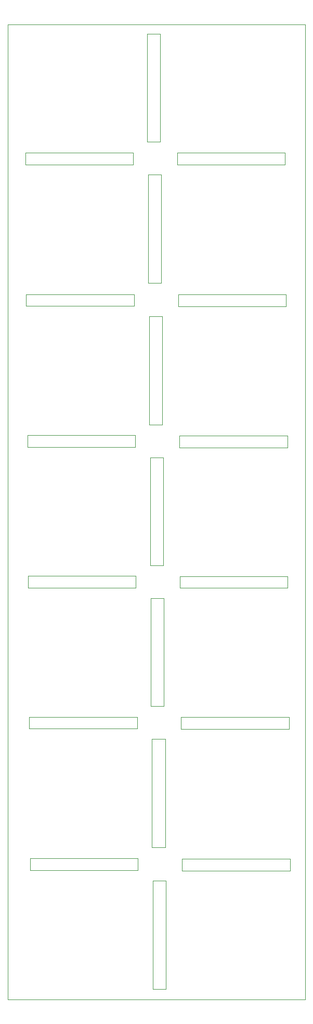
<source format=gbr>
%TF.GenerationSoftware,KiCad,Pcbnew,8.0.5*%
%TF.CreationDate,2024-12-11T00:13:19+01:00*%
%TF.ProjectId,battery-lvl-indicator-kicad.kicad_pcb-copy,62617474-6572-4792-9d6c-766c2d696e64,rev?*%
%TF.SameCoordinates,Original*%
%TF.FileFunction,Profile,NP*%
%FSLAX46Y46*%
G04 Gerber Fmt 4.6, Leading zero omitted, Abs format (unit mm)*
G04 Created by KiCad (PCBNEW 8.0.5) date 2024-12-11 00:13:19*
%MOMM*%
%LPD*%
G01*
G04 APERTURE LIST*
%TA.AperFunction,Profile*%
%ADD10C,0.050000*%
%TD*%
G04 APERTURE END LIST*
D10*
X111252000Y-62179200D02*
X113385600Y-62179200D01*
X113385600Y-79756000D01*
X111252000Y-79756000D01*
X111252000Y-62179200D01*
X91440000Y-81483200D02*
X109016800Y-81483200D01*
X109016800Y-83413600D01*
X91440000Y-83413600D01*
X91440000Y-81483200D01*
X111099600Y-39166800D02*
X113233200Y-39166800D01*
X113233200Y-56743600D01*
X111099600Y-56743600D01*
X111099600Y-39166800D01*
X116179600Y-81534000D02*
X133756400Y-81534000D01*
X133756400Y-83464400D01*
X116179600Y-83464400D01*
X116179600Y-81534000D01*
X111531400Y-107924600D02*
X113665000Y-107924600D01*
X113665000Y-125501400D01*
X111531400Y-125501400D01*
X111531400Y-107924600D01*
X91084400Y-35560000D02*
X108661200Y-35560000D01*
X108661200Y-37490400D01*
X91084400Y-37490400D01*
X91084400Y-35560000D01*
X115824000Y-35610800D02*
X133400800Y-35610800D01*
X133400800Y-37541200D01*
X115824000Y-37541200D01*
X115824000Y-35610800D01*
X110896400Y-16256000D02*
X113030000Y-16256000D01*
X113030000Y-33832800D01*
X110896400Y-33832800D01*
X110896400Y-16256000D01*
X88214200Y-14732000D02*
X136702800Y-14732000D01*
X136702800Y-173151800D01*
X88214200Y-173151800D01*
X88214200Y-14732000D01*
X91871800Y-150241000D02*
X109448600Y-150241000D01*
X109448600Y-152171400D01*
X91871800Y-152171400D01*
X91871800Y-150241000D01*
X111734600Y-130835400D02*
X113868200Y-130835400D01*
X113868200Y-148412200D01*
X111734600Y-148412200D01*
X111734600Y-130835400D01*
X91236800Y-58572400D02*
X108813600Y-58572400D01*
X108813600Y-60502800D01*
X91236800Y-60502800D01*
X91236800Y-58572400D01*
X115976400Y-58623200D02*
X133553200Y-58623200D01*
X133553200Y-60553600D01*
X115976400Y-60553600D01*
X115976400Y-58623200D01*
X116459000Y-127279400D02*
X134035800Y-127279400D01*
X134035800Y-129209800D01*
X116459000Y-129209800D01*
X116459000Y-127279400D01*
X111887000Y-153847800D02*
X114020600Y-153847800D01*
X114020600Y-171424600D01*
X111887000Y-171424600D01*
X111887000Y-153847800D01*
X116611400Y-150291800D02*
X134188200Y-150291800D01*
X134188200Y-152222200D01*
X116611400Y-152222200D01*
X116611400Y-150291800D01*
X91516200Y-104317800D02*
X109093000Y-104317800D01*
X109093000Y-106248200D01*
X91516200Y-106248200D01*
X91516200Y-104317800D01*
X111455200Y-85090000D02*
X113588800Y-85090000D01*
X113588800Y-102666800D01*
X111455200Y-102666800D01*
X111455200Y-85090000D01*
X116255800Y-104368600D02*
X133832600Y-104368600D01*
X133832600Y-106299000D01*
X116255800Y-106299000D01*
X116255800Y-104368600D01*
X91719400Y-127228600D02*
X109296200Y-127228600D01*
X109296200Y-129159000D01*
X91719400Y-129159000D01*
X91719400Y-127228600D01*
M02*

</source>
